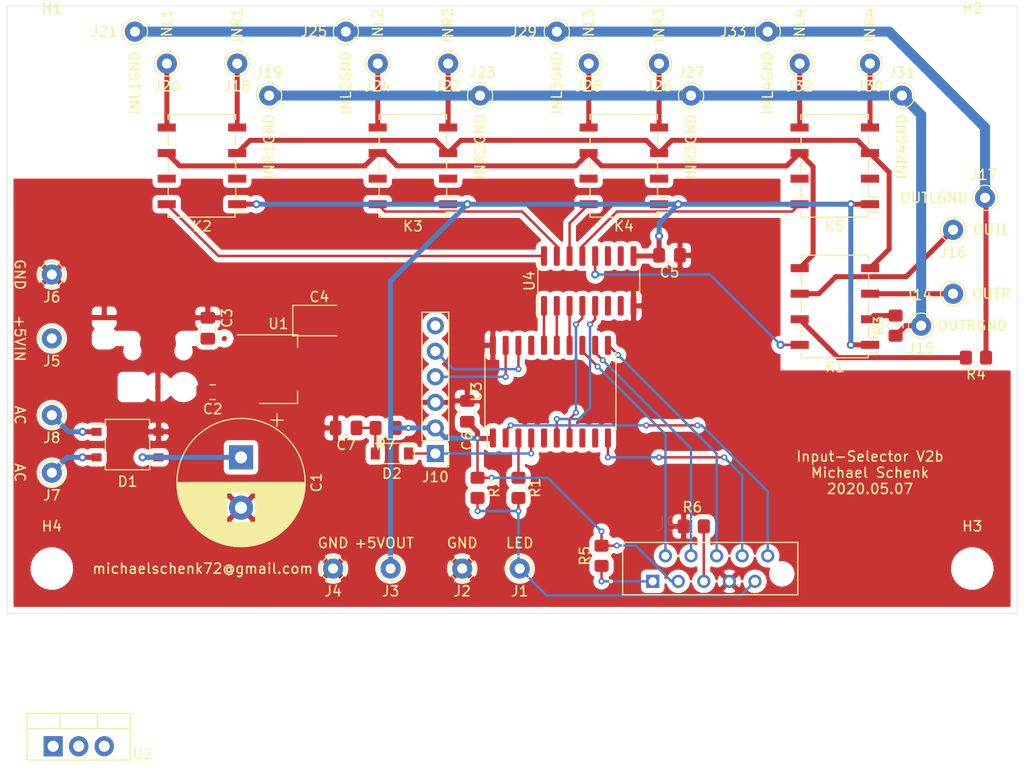
<source format=kicad_pcb>
(kicad_pcb (version 20171130) (host pcbnew "(5.1.10-1-10_14)")
  (layers (0 F.Cu signal) (31 B.Cu signal) (34 B.Paste user) (35 F.Paste user) (36 B.SilkS user) (37 F.SilkS user) (38 B.Mask user) (39 F.Mask user) (44 Edge.Cuts user))
  (net 0 "")
  (net 1 GND)
  (net 2 "Net-(C1-Pad1)")
  (net 3 +5V)
  (net 4 "Net-(J1-Pad1)")
  (net 5 "Net-(J9-Pad10)")
  (net 6 "Net-(J9-Pad8)")
  (net 7 "Net-(J9-Pad6)")
  (net 8 "Net-(J9-Pad5)")
  (net 9 "Net-(J9-Pad4)")
  (net 10 "Net-(J9-Pad2)")
  (net 11 "Net-(J9-Pad1)")
  (net 12 "Net-(J10-Pad5)")
  (net 13 "Net-(J10-Pad4)")
  (net 14 "Net-(J14-Pad1)")
  (net 15 "Net-(J15-Pad1)")
  (net 16 "Net-(J16-Pad1)")
  (net 17 "Net-(J17-Pad1)")
  (net 18 "Net-(J18-Pad1)")
  (net 19 "Net-(J20-Pad1)")
  (net 20 "Net-(J22-Pad1)")
  (net 21 "Net-(J24-Pad1)")
  (net 22 "Net-(J26-Pad1)")
  (net 23 "Net-(J28-Pad1)")
  (net 24 "Net-(J30-Pad1)")
  (net 25 "Net-(J32-Pad1)")
  (net 26 "Net-(K1-Pad2)")
  (net 27 "Net-(K1-Pad4)")
  (net 28 "Net-(K1-Pad5)")
  (net 29 "Net-(K1-Pad7)")
  (net 30 "Net-(K1-Pad8)")
  (net 31 "Net-(K2-Pad8)")
  (net 32 "Net-(K3-Pad8)")
  (net 33 "Net-(K4-Pad8)")
  (net 34 "Net-(K5-Pad8)")
  (net 35 "Net-(R1-Pad1)")
  (net 36 "Net-(U3-Pad7)")
  (net 37 "Net-(U3-Pad16)")
  (net 38 "Net-(U3-Pad6)")
  (net 39 "Net-(U3-Pad15)")
  (net 40 "Net-(U3-Pad14)")
  (net 41 "Net-(D1-Pad2)")
  (net 42 "Net-(D1-Pad1)")
  (net 43 "Net-(C7-Pad1)")
  (net 44 "Net-(D2-Pad1)")
  (module Resistor_SMD:R_0805_2012Metric_Pad1.20x1.40mm_HandSolder (layer F.Cu) (at 151.908 90.17 180)
    (fp_text reference R7 (at 0 -1.65) (layer F.SilkS))
    (fp_text value 4.7k)
    (pad 2 smd roundrect (at 1 0 180) (size 1.2 1.4) (layers F.Cu F.Paste F.Mask) (roundrect_rratio 0.208333) (net 43 "Net-(C7-Pad1)"))
    (pad 1 smd roundrect (at -1 0 180) (size 1.2 1.4) (layers F.Cu F.Paste F.Mask) (roundrect_rratio 0.208333) (net 3 +5V))
  )
  (module Package_SO:SOP-20_7.5x12.8mm_P1.27mm (layer F.Cu) (at 168.275 86.565 90)
    (fp_text reference U3 (at 0 -7.35 90) (layer F.SilkS))
    (fp_text value PIC16F18446-I/SO)
    (pad 20 smd roundrect (at 4.6 -5.715 90) (size 1.9 0.6) (layers F.Cu F.Paste F.Mask) (net 1 GND))
    (pad 19 smd roundrect (at 4.6 -4.445 90) (size 1.9 0.6) (layers F.Cu F.Paste F.Mask) (net 13 "Net-(J10-Pad4)"))
    (pad 18 smd roundrect (at 4.6 -3.175 90) (size 1.9 0.6) (layers F.Cu F.Paste F.Mask) (net 12 "Net-(J10-Pad5)"))
    (pad 17 smd roundrect (at 4.6 -1.905 90) (size 1.9 0.6) (layers F.Cu F.Paste F.Mask))
    (pad 16 smd roundrect (at 4.6 -0.635 90) (size 1.9 0.6) (layers F.Cu F.Paste F.Mask) (net 37 "Net-(U3-Pad16)"))
    (pad 15 smd roundrect (at 4.6 0.635 90) (size 1.9 0.6) (layers F.Cu F.Paste F.Mask) (net 39 "Net-(U3-Pad15)"))
    (pad 14 smd roundrect (at 4.6 1.905 90) (size 1.9 0.6) (layers F.Cu F.Paste F.Mask) (net 40 "Net-(U3-Pad14)"))
    (pad 13 smd roundrect (at 4.6 3.175 90) (size 1.9 0.6) (layers F.Cu F.Paste F.Mask) (net 10 "Net-(J9-Pad2)"))
    (pad 12 smd roundrect (at 4.6 4.445 90) (size 1.9 0.6) (layers F.Cu F.Paste F.Mask) (net 9 "Net-(J9-Pad4)"))
    (pad 11 smd roundrect (at 4.6 5.715 90) (size 1.9 0.6) (layers F.Cu F.Paste F.Mask) (net 7 "Net-(J9-Pad6)"))
    (pad 10 smd roundrect (at -4.6 5.715 90) (size 1.9 0.6) (layers F.Cu F.Paste F.Mask) (net 6 "Net-(J9-Pad8)"))
    (pad 9 smd roundrect (at -4.6 4.445 90) (size 1.9 0.6) (layers F.Cu F.Paste F.Mask))
    (pad 8 smd roundrect (at -4.6 3.175 90) (size 1.9 0.6) (layers F.Cu F.Paste F.Mask))
    (pad 7 smd roundrect (at -4.6 1.905 90) (size 1.9 0.6) (layers F.Cu F.Paste F.Mask) (net 36 "Net-(U3-Pad7)"))
    (pad 6 smd roundrect (at -4.6 0.635 90) (size 1.9 0.6) (layers F.Cu F.Paste F.Mask) (net 38 "Net-(U3-Pad6)"))
    (pad 5 smd roundrect (at -4.6 -0.635 90) (size 1.9 0.6) (layers F.Cu F.Paste F.Mask))
    (pad 4 smd roundrect (at -4.6 -1.905 90) (size 1.9 0.6) (layers F.Cu F.Paste F.Mask) (net 44 "Net-(D2-Pad1)"))
    (pad 3 smd roundrect (at -4.6 -3.175 90) (size 1.9 0.6) (layers F.Cu F.Paste F.Mask) (net 35 "Net-(R1-Pad1)"))
    (pad 2 smd roundrect (at -4.6 -4.445 90) (size 1.9 0.6) (layers F.Cu F.Paste F.Mask) (net 5 "Net-(J9-Pad10)"))
    (pad 1 smd roundrect (at -4.6 -5.715 90) (size 1.9 0.6) (layers F.Cu F.Paste F.Mask) (net 3 +5V))
  )
  (module Package_TO_SOT_SMD:SOT-223-3_TabPin2 (layer F.Cu) (at 141.249 84.328)
    (fp_text reference U1 (at 0 -4.5) (layer F.SilkS))
    (fp_text value TLV1117-50)
    (pad 1 smd rect (at -3.15 -2.3) (size 2 1.5) (layers F.Cu F.Paste F.Mask) (net 1 GND))
    (pad 3 smd rect (at -3.15 2.3) (size 2 1.5) (layers F.Cu F.Paste F.Mask) (net 2 "Net-(C1-Pad1)"))
    (pad 2 smd rect (at -3.15 0) (size 2 1.5) (layers F.Cu F.Paste F.Mask) (net 3 +5V))
    (pad 2 smd rect (at 3.15 0) (size 2 3.8) (layers F.Cu F.Paste F.Mask) (net 3 +5V))
  )
  (module kicad-snk:TE_CONN_RCPT_10POS_0.1_TIN_PCB (layer F.Cu) (at 178.435 105.41)
    (fp_text reference J9 (at 1.40487 -5.69557) (layer F.SilkS) (effects (font (size 1.40137 1.40137) (thickness 0.015))))
    (fp_text value TE_CONN_RCPT_10POS_0.1_TIN_PCB)
    (pad 1 thru_hole rect (at 0 0) (size 1.308 1.308) (drill 0.8) (layers *.Cu *.Mask) (net 11 "Net-(J9-Pad1)"))
    (pad 2 thru_hole circle (at 1.27 -2.54) (size 1.308 1.308) (drill 0.8) (layers *.Cu *.Mask) (net 10 "Net-(J9-Pad2)"))
    (pad 3 thru_hole circle (at 2.54 0) (size 1.308 1.308) (drill 0.8) (layers *.Cu *.Mask) (net 3 +5V))
    (pad 4 thru_hole circle (at 3.81 -2.54) (size 1.308 1.308) (drill 0.8) (layers *.Cu *.Mask) (net 9 "Net-(J9-Pad4)"))
    (pad 5 thru_hole circle (at 5.08 0) (size 1.308 1.308) (drill 0.8) (layers *.Cu *.Mask) (net 8 "Net-(J9-Pad5)"))
    (pad 6 thru_hole circle (at 6.35 -2.54) (size 1.308 1.308) (drill 0.8) (layers *.Cu *.Mask) (net 7 "Net-(J9-Pad6)"))
    (pad 7 thru_hole circle (at 7.62 0) (size 1.308 1.308) (drill 0.8) (layers *.Cu *.Mask) (net 1 GND))
    (pad 8 thru_hole circle (at 8.89 -2.54) (size 1.308 1.308) (drill 0.8) (layers *.Cu *.Mask) (net 6 "Net-(J9-Pad8)"))
    (pad 9 thru_hole circle (at 10.16 0) (size 1.308 1.308) (drill 0.8) (layers *.Cu *.Mask) (net 4 "Net-(J1-Pad1)"))
    (pad 10 thru_hole circle (at 11.43 -2.54) (size 1.308 1.308) (drill 0.8) (layers *.Cu *.Mask) (net 5 "Net-(J9-Pad10)"))
    (pad None np_thru_hole circle (at 12.83 -0.74) (size 1.5 1.5) (drill 1.5) (layers *.Cu *.Mask))
  )
  (module Diode_SMD:D_SOD-123 (layer F.Cu) (at 152.528 92.71 180)
    (fp_text reference D2 (at 0 -2) (layer F.SilkS))
    (fp_text value 1N4148W)
    (pad 2 smd rect (at 1.65 0 180) (size 0.9 1.2) (layers F.Cu F.Paste F.Mask) (net 43 "Net-(C7-Pad1)"))
    (pad 1 smd rect (at -1.65 0 180) (size 0.9 1.2) (layers F.Cu F.Paste F.Mask) (net 44 "Net-(D2-Pad1)"))
  )
  (module Capacitor_SMD:C_0805_2012Metric_Pad1.18x1.45mm_HandSolder (layer F.Cu) (at 147.9765 90.17 180)
    (fp_text reference C7 (at 0 -1.68) (layer F.SilkS))
    (fp_text value 10nF)
    (pad 2 smd roundrect (at 1.0375 0 180) (size 1.175 1.45) (layers F.Cu F.Paste F.Mask) (roundrect_rratio 0.212766) (net 1 GND))
    (pad 1 smd roundrect (at -1.0375 0 180) (size 1.175 1.45) (layers F.Cu F.Paste F.Mask) (roundrect_rratio 0.212766) (net 43 "Net-(C7-Pad1)"))
  )
  (module Capacitor_Tantalum_SMD:CP_EIA-3528-21_Kemet-B_Pad1.50x2.35mm_HandSolder (layer F.Cu) (at 145.314 79.502)
    (fp_text reference C4 (at 0 -2.35) (layer F.SilkS))
    (fp_text value 10uF)
    (pad 2 smd roundrect (at 1.625 0) (size 1.5 2.35) (layers F.Cu F.Paste F.Mask) (roundrect_rratio 0.166667) (net 1 GND))
    (pad 1 smd roundrect (at -1.625 0) (size 1.5 2.35) (layers F.Cu F.Paste F.Mask) (roundrect_rratio 0.166667) (net 3 +5V))
  )
  (module Package_TO_SOT_THT:TO-220-3_Vertical (layer F.Cu) (at 118.872 121.793)
    (fp_text reference U2 (at 8.89 0.762) (layer F.SilkS))
    (fp_text value L7805)
    (pad 3 thru_hole oval (at 5.08 0) (size 1.905 2) (drill 1.1) (layers *.Cu *.Mask) (net 3 +5V))
    (pad 2 thru_hole oval (at 2.54 0) (size 1.905 2) (drill 1.1) (layers *.Cu *.Mask) (net 1 GND))
    (pad 1 thru_hole rect (at 0 0) (size 1.905 2) (drill 1.1) (layers *.Cu *.Mask) (net 2 "Net-(C1-Pad1)"))
  )
  (module Package_TO_SOT_SMD:TO-269AA (layer F.Cu) (at 126.265 91.821)
    (fp_text reference D1 (at 0 3.683) (layer F.SilkS))
    (fp_text value MB4S)
    (pad 4 smd rect (at 3.075 -1.27) (size 1 0.8) (layers F.Cu F.Paste F.Mask) (net 1 GND))
    (pad 3 smd rect (at 3.075 1.27) (size 1 0.8) (layers F.Cu F.Paste F.Mask) (net 2 "Net-(C1-Pad1)"))
    (pad 2 smd rect (at -3.075 1.27) (size 1 0.8) (layers F.Cu F.Paste F.Mask) (net 41 "Net-(D1-Pad2)"))
    (pad 1 smd rect (at -3.075 -1.27) (size 1 0.8) (layers F.Cu F.Paste F.Mask) (net 42 "Net-(D1-Pad1)"))
  )
  (module Capacitor_THT:CP_Radial_D12.5mm_P5.00mm (layer F.Cu) (at 137.541 93.091 270)
    (fp_text reference C1 (at 2.5 -7.5 90) (layer F.SilkS))
    (fp_text value 1000uF)
    (pad 2 thru_hole circle (at 5 0 270) (size 2.4 2.4) (drill 1.2) (layers *.Cu *.Mask) (net 1 GND))
    (pad 1 thru_hole rect (at 0 0 270) (size 2.4 2.4) (drill 1.2) (layers *.Cu *.Mask) (net 2 "Net-(C1-Pad1)"))
  )
  (module Package_SO:SOIC-16_3.9x9.9mm_P1.27mm (layer F.Cu) (at 172.085 75.565 90)
    (fp_text reference U4 (at 0 -5.9 90) (layer F.SilkS))
    (fp_text value ULN2003A)
    (pad 16 smd roundrect (at 2.475 -4.445 90) (size 1.95 0.6) (layers F.Cu F.Paste F.Mask) (net 31 "Net-(K2-Pad8)"))
    (pad 15 smd roundrect (at 2.475 -3.175 90) (size 1.95 0.6) (layers F.Cu F.Paste F.Mask) (net 32 "Net-(K3-Pad8)"))
    (pad 14 smd roundrect (at 2.475 -1.905 90) (size 1.95 0.6) (layers F.Cu F.Paste F.Mask) (net 33 "Net-(K4-Pad8)"))
    (pad 13 smd roundrect (at 2.475 -0.635 90) (size 1.95 0.6) (layers F.Cu F.Paste F.Mask) (net 34 "Net-(K5-Pad8)"))
    (pad 12 smd roundrect (at 2.475 0.635 90) (size 1.95 0.6) (layers F.Cu F.Paste F.Mask) (net 30 "Net-(K1-Pad8)"))
    (pad 11 smd roundrect (at 2.475 1.905 90) (size 1.95 0.6) (layers F.Cu F.Paste F.Mask))
    (pad 10 smd roundrect (at 2.475 3.175 90) (size 1.95 0.6) (layers F.Cu F.Paste F.Mask))
    (pad 9 smd roundrect (at 2.475 4.445 90) (size 1.95 0.6) (layers F.Cu F.Paste F.Mask) (net 3 +5V))
    (pad 8 smd roundrect (at -2.475 4.445 90) (size 1.95 0.6) (layers F.Cu F.Paste F.Mask) (net 1 GND))
    (pad 7 smd roundrect (at -2.475 3.175 90) (size 1.95 0.6) (layers F.Cu F.Paste F.Mask))
    (pad 6 smd roundrect (at -2.475 1.905 90) (size 1.95 0.6) (layers F.Cu F.Paste F.Mask))
    (pad 5 smd roundrect (at -2.475 0.635 90) (size 1.95 0.6) (layers F.Cu F.Paste F.Mask) (net 38 "Net-(U3-Pad6)"))
    (pad 4 smd roundrect (at -2.475 -0.635 90) (size 1.95 0.6) (layers F.Cu F.Paste F.Mask) (net 36 "Net-(U3-Pad7)"))
    (pad 3 smd roundrect (at -2.475 -1.905 90) (size 1.95 0.6) (layers F.Cu F.Paste F.Mask) (net 40 "Net-(U3-Pad14)"))
    (pad 2 smd roundrect (at -2.475 -3.175 90) (size 1.95 0.6) (layers F.Cu F.Paste F.Mask) (net 39 "Net-(U3-Pad15)"))
    (pad 1 smd roundrect (at -2.475 -4.445 90) (size 1.95 0.6) (layers F.Cu F.Paste F.Mask) (net 37 "Net-(U3-Pad16)"))
  )
  (module Resistor_SMD:R_0805_2012Metric_Pad1.20x1.40mm_HandSolder (layer F.Cu) (at 182.515 99.949 180)
    (fp_text reference R6 (at 0.143 1.905) (layer F.SilkS))
    (fp_text value 4.7k)
    (pad 2 smd roundrect (at 1 0 180) (size 1.2 1.4) (layers F.Cu F.Paste F.Mask) (roundrect_rratio 0.2083325) (net 1 GND))
    (pad 1 smd roundrect (at -1 0 180) (size 1.2 1.4) (layers F.Cu F.Paste F.Mask) (roundrect_rratio 0.2083325) (net 8 "Net-(J9-Pad5)"))
  )
  (module Resistor_SMD:R_0805_2012Metric_Pad1.20x1.40mm_HandSolder (layer F.Cu) (at 173.355 102.87 90)
    (fp_text reference R5 (at 0 -1.65 90) (layer F.SilkS))
    (fp_text value 4.7k)
    (pad 2 smd roundrect (at 1 0 90) (size 1.2 1.4) (layers F.Cu F.Paste F.Mask) (roundrect_rratio 0.2083325) (net 3 +5V))
    (pad 1 smd roundrect (at -1 0 90) (size 1.2 1.4) (layers F.Cu F.Paste F.Mask) (roundrect_rratio 0.2083325) (net 11 "Net-(J9-Pad1)"))
  )
  (module Resistor_SMD:R_0805_2012Metric_Pad1.20x1.40mm_HandSolder (layer F.Cu) (at 210.55 83.185 180)
    (fp_text reference R4 (at 0 -1.65) (layer F.SilkS))
    (fp_text value 47k)
    (pad 2 smd roundrect (at 1 0 180) (size 1.2 1.4) (layers F.Cu F.Paste F.Mask) (roundrect_rratio 0.2083325) (net 29 "Net-(K1-Pad7)"))
    (pad 1 smd roundrect (at -1 0 180) (size 1.2 1.4) (layers F.Cu F.Paste F.Mask) (roundrect_rratio 0.2083325) (net 17 "Net-(J17-Pad1)"))
  )
  (module Resistor_SMD:R_0805_2012Metric_Pad1.20x1.40mm_HandSolder (layer F.Cu) (at 202.565 80.01 90)
    (fp_text reference R3 (at 0 -1.65 90) (layer F.SilkS))
    (fp_text value 47k)
    (pad 2 smd roundrect (at 1 0 90) (size 1.2 1.4) (layers F.Cu F.Paste F.Mask) (roundrect_rratio 0.2083325) (net 26 "Net-(K1-Pad2)"))
    (pad 1 smd roundrect (at -1 0 90) (size 1.2 1.4) (layers F.Cu F.Paste F.Mask) (roundrect_rratio 0.2083325) (net 15 "Net-(J15-Pad1)"))
  )
  (module Resistor_SMD:R_0805_2012Metric_Pad1.20x1.40mm_HandSolder (layer F.Cu) (at 161.036 96.123 270)
    (fp_text reference R2 (at 0 -1.65 90) (layer F.SilkS))
    (fp_text value 330R)
    (pad 2 smd roundrect (at 1 0 270) (size 1.2 1.4) (layers F.Cu F.Paste F.Mask) (roundrect_rratio 0.2083325) (net 4 "Net-(J1-Pad1)"))
    (pad 1 smd roundrect (at -1 0 270) (size 1.2 1.4) (layers F.Cu F.Paste F.Mask) (roundrect_rratio 0.2083325) (net 3 +5V))
  )
  (module Resistor_SMD:R_0805_2012Metric_Pad1.20x1.40mm_HandSolder (layer F.Cu) (at 165.1 96.123 270)
    (fp_text reference R1 (at 0 -1.65 90) (layer F.SilkS))
    (fp_text value 330R)
    (pad 2 smd roundrect (at 1 0 270) (size 1.2 1.4) (layers F.Cu F.Paste F.Mask) (roundrect_rratio 0.2083325) (net 4 "Net-(J1-Pad1)"))
    (pad 1 smd roundrect (at -1 0 270) (size 1.2 1.4) (layers F.Cu F.Paste F.Mask) (roundrect_rratio 0.2083325) (net 35 "Net-(R1-Pad1)"))
  )
  (module Relay_SMD:Relay_DPDT_Omron_G6K-2F (layer F.Cu) (at 196.525 64.135 180)
    (fp_text reference K5 (at 0 -6) (layer F.SilkS))
    (fp_text value G6K-2)
    (pad 1 smd rect (at -3.5 -3.81 180) (size 1.8 0.8) (layers F.Cu F.Paste F.Mask) (net 3 +5V))
    (pad 2 smd rect (at -3.5 -1.27 180) (size 1.8 0.8) (layers F.Cu F.Paste F.Mask))
    (pad 3 smd rect (at -3.5 1.27 180) (size 1.8 0.8) (layers F.Cu F.Paste F.Mask) (net 27 "Net-(K1-Pad4)"))
    (pad 4 smd rect (at -3.5 3.81 180) (size 1.8 0.8) (layers F.Cu F.Paste F.Mask) (net 24 "Net-(J30-Pad1)"))
    (pad 5 smd rect (at 3.5 3.81 180) (size 1.8 0.8) (layers F.Cu F.Paste F.Mask) (net 25 "Net-(J32-Pad1)"))
    (pad 6 smd rect (at 3.5 1.27 180) (size 1.8 0.8) (layers F.Cu F.Paste F.Mask) (net 28 "Net-(K1-Pad5)"))
    (pad 7 smd rect (at 3.5 -1.27 180) (size 1.8 0.8) (layers F.Cu F.Paste F.Mask))
    (pad 8 smd rect (at 3.5 -3.81 180) (size 1.8 0.8) (layers F.Cu F.Paste F.Mask) (net 34 "Net-(K5-Pad8)"))
  )
  (module Relay_SMD:Relay_DPDT_Omron_G6K-2F (layer F.Cu) (at 175.57 64.135 180)
    (fp_text reference K4 (at 0 -6) (layer F.SilkS))
    (fp_text value G6K-2)
    (pad 1 smd rect (at -3.5 -3.81 180) (size 1.8 0.8) (layers F.Cu F.Paste F.Mask) (net 3 +5V))
    (pad 2 smd rect (at -3.5 -1.27 180) (size 1.8 0.8) (layers F.Cu F.Paste F.Mask))
    (pad 3 smd rect (at -3.5 1.27 180) (size 1.8 0.8) (layers F.Cu F.Paste F.Mask) (net 27 "Net-(K1-Pad4)"))
    (pad 4 smd rect (at -3.5 3.81 180) (size 1.8 0.8) (layers F.Cu F.Paste F.Mask) (net 22 "Net-(J26-Pad1)"))
    (pad 5 smd rect (at 3.5 3.81 180) (size 1.8 0.8) (layers F.Cu F.Paste F.Mask) (net 23 "Net-(J28-Pad1)"))
    (pad 6 smd rect (at 3.5 1.27 180) (size 1.8 0.8) (layers F.Cu F.Paste F.Mask) (net 28 "Net-(K1-Pad5)"))
    (pad 7 smd rect (at 3.5 -1.27 180) (size 1.8 0.8) (layers F.Cu F.Paste F.Mask))
    (pad 8 smd rect (at 3.5 -3.81 180) (size 1.8 0.8) (layers F.Cu F.Paste F.Mask) (net 33 "Net-(K4-Pad8)"))
  )
  (module Relay_SMD:Relay_DPDT_Omron_G6K-2F (layer F.Cu) (at 154.615 64.135 180)
    (fp_text reference K3 (at 0 -6) (layer F.SilkS))
    (fp_text value G6K-2)
    (pad 1 smd rect (at -3.5 -3.81 180) (size 1.8 0.8) (layers F.Cu F.Paste F.Mask) (net 3 +5V))
    (pad 2 smd rect (at -3.5 -1.27 180) (size 1.8 0.8) (layers F.Cu F.Paste F.Mask))
    (pad 3 smd rect (at -3.5 1.27 180) (size 1.8 0.8) (layers F.Cu F.Paste F.Mask) (net 27 "Net-(K1-Pad4)"))
    (pad 4 smd rect (at -3.5 3.81 180) (size 1.8 0.8) (layers F.Cu F.Paste F.Mask) (net 20 "Net-(J22-Pad1)"))
    (pad 5 smd rect (at 3.5 3.81 180) (size 1.8 0.8) (layers F.Cu F.Paste F.Mask) (net 21 "Net-(J24-Pad1)"))
    (pad 6 smd rect (at 3.5 1.27 180) (size 1.8 0.8) (layers F.Cu F.Paste F.Mask) (net 28 "Net-(K1-Pad5)"))
    (pad 7 smd rect (at 3.5 -1.27 180) (size 1.8 0.8) (layers F.Cu F.Paste F.Mask))
    (pad 8 smd rect (at 3.5 -3.81 180) (size 1.8 0.8) (layers F.Cu F.Paste F.Mask) (net 32 "Net-(K3-Pad8)"))
  )
  (module Relay_SMD:Relay_DPDT_Omron_G6K-2F (layer F.Cu) (at 133.66 64.135 180)
    (fp_text reference K2 (at 0 -6) (layer F.SilkS))
    (fp_text value G6K-2)
    (pad 1 smd rect (at -3.5 -3.81 180) (size 1.8 0.8) (layers F.Cu F.Paste F.Mask) (net 3 +5V))
    (pad 2 smd rect (at -3.5 -1.27 180) (size 1.8 0.8) (layers F.Cu F.Paste F.Mask))
    (pad 3 smd rect (at -3.5 1.27 180) (size 1.8 0.8) (layers F.Cu F.Paste F.Mask) (net 27 "Net-(K1-Pad4)"))
    (pad 4 smd rect (at -3.5 3.81 180) (size 1.8 0.8) (layers F.Cu F.Paste F.Mask) (net 18 "Net-(J18-Pad1)"))
    (pad 5 smd rect (at 3.5 3.81 180) (size 1.8 0.8) (layers F.Cu F.Paste F.Mask) (net 19 "Net-(J20-Pad1)"))
    (pad 6 smd rect (at 3.5 1.27 180) (size 1.8 0.8) (layers F.Cu F.Paste F.Mask) (net 28 "Net-(K1-Pad5)"))
    (pad 7 smd rect (at 3.5 -1.27 180) (size 1.8 0.8) (layers F.Cu F.Paste F.Mask))
    (pad 8 smd rect (at 3.5 -3.81 180) (size 1.8 0.8) (layers F.Cu F.Paste F.Mask) (net 31 "Net-(K2-Pad8)"))
  )
  (module Relay_SMD:Relay_DPDT_Omron_G6K-2F (layer F.Cu) (at 196.54 78.105 180)
    (fp_text reference K1 (at 0 -6) (layer F.SilkS))
    (fp_text value G6K-2)
    (pad 1 smd rect (at -3.5 -3.81 180) (size 1.8 0.8) (layers F.Cu F.Paste F.Mask) (net 3 +5V))
    (pad 2 smd rect (at -3.5 -1.27 180) (size 1.8 0.8) (layers F.Cu F.Paste F.Mask) (net 26 "Net-(K1-Pad2)"))
    (pad 3 smd rect (at -3.5 1.27 180) (size 1.8 0.8) (layers F.Cu F.Paste F.Mask) (net 14 "Net-(J14-Pad1)"))
    (pad 4 smd rect (at -3.5 3.81 180) (size 1.8 0.8) (layers F.Cu F.Paste F.Mask) (net 27 "Net-(K1-Pad4)"))
    (pad 5 smd rect (at 3.5 3.81 180) (size 1.8 0.8) (layers F.Cu F.Paste F.Mask) (net 28 "Net-(K1-Pad5)"))
    (pad 6 smd rect (at 3.5 1.27 180) (size 1.8 0.8) (layers F.Cu F.Paste F.Mask) (net 16 "Net-(J16-Pad1)"))
    (pad 7 smd rect (at 3.5 -1.27 180) (size 1.8 0.8) (layers F.Cu F.Paste F.Mask) (net 29 "Net-(K1-Pad7)"))
    (pad 8 smd rect (at 3.5 -3.81 180) (size 1.8 0.8) (layers F.Cu F.Paste F.Mask) (net 30 "Net-(K1-Pad8)"))
  )
  (module Connector_Pin:Pin_D1.0mm_L10.0mm (layer F.Cu) (at 189.865 50.8)
    (fp_text reference J33 (at -3.429 0) (layer F.SilkS))
    (fp_text value IN_GNDL4)
    (pad 1 thru_hole circle (at 0 0) (size 2 2) (drill 1) (layers *.Cu *.Mask) (net 17 "Net-(J17-Pad1)"))
  )
  (module Connector_Pin:Pin_D1.0mm_L10.0mm (layer F.Cu) (at 193.04 53.975)
    (fp_text reference J32 (at 0 2.25) (layer F.SilkS))
    (fp_text value IN_L4)
    (pad 1 thru_hole circle (at 0 0) (size 2 2) (drill 1) (layers *.Cu *.Mask) (net 25 "Net-(J32-Pad1)"))
  )
  (module Connector_Pin:Pin_D1.0mm_L10.0mm (layer F.Cu) (at 203.2 57.15)
    (fp_text reference J31 (at 0 -2.286) (layer F.SilkS))
    (fp_text value IN_GNDR4)
    (pad 1 thru_hole circle (at 0 0) (size 2 2) (drill 1) (layers *.Cu *.Mask) (net 15 "Net-(J15-Pad1)"))
  )
  (module Connector_Pin:Pin_D1.0mm_L10.0mm (layer F.Cu) (at 200.025 53.975)
    (fp_text reference J30 (at 0 2.25) (layer F.SilkS))
    (fp_text value IN_R4)
    (pad 1 thru_hole circle (at 0 0) (size 2 2) (drill 1) (layers *.Cu *.Mask) (net 24 "Net-(J30-Pad1)"))
  )
  (module Connector_Pin:Pin_D1.0mm_L10.0mm (layer F.Cu) (at 168.91 50.8)
    (fp_text reference J29 (at -3.302 0) (layer F.SilkS))
    (fp_text value IN_GNDL3)
    (pad 1 thru_hole circle (at 0 0) (size 2 2) (drill 1) (layers *.Cu *.Mask) (net 17 "Net-(J17-Pad1)"))
  )
  (module Connector_Pin:Pin_D1.0mm_L10.0mm (layer F.Cu) (at 172.085 53.975)
    (fp_text reference J28 (at 0 2.25) (layer F.SilkS))
    (fp_text value IN_L3)
    (pad 1 thru_hole circle (at 0 0) (size 2 2) (drill 1) (layers *.Cu *.Mask) (net 23 "Net-(J28-Pad1)"))
  )
  (module Connector_Pin:Pin_D1.0mm_L10.0mm (layer F.Cu) (at 182.245 57.15)
    (fp_text reference J27 (at 0 -2.286) (layer F.SilkS))
    (fp_text value IN_GNDR3)
    (pad 1 thru_hole circle (at 0 0) (size 2 2) (drill 1) (layers *.Cu *.Mask) (net 15 "Net-(J15-Pad1)"))
  )
  (module Connector_Pin:Pin_D1.0mm_L10.0mm (layer F.Cu) (at 179.07 53.975)
    (fp_text reference J26 (at 0 2.25) (layer F.SilkS))
    (fp_text value IN_R3)
    (pad 1 thru_hole circle (at 0 0) (size 2 2) (drill 1) (layers *.Cu *.Mask) (net 22 "Net-(J26-Pad1)"))
  )
  (module Connector_Pin:Pin_D1.0mm_L10.0mm (layer F.Cu) (at 147.955 50.8)
    (fp_text reference J25 (at -3.175 0) (layer F.SilkS))
    (fp_text value IN_GNDL2)
    (pad 1 thru_hole circle (at 0 0) (size 2 2) (drill 1) (layers *.Cu *.Mask) (net 17 "Net-(J17-Pad1)"))
  )
  (module Connector_Pin:Pin_D1.0mm_L10.0mm (layer F.Cu) (at 151.13 53.975)
    (fp_text reference J24 (at 0 2.25) (layer F.SilkS))
    (fp_text value IN_L2)
    (pad 1 thru_hole circle (at 0 0) (size 2 2) (drill 1) (layers *.Cu *.Mask) (net 21 "Net-(J24-Pad1)"))
  )
  (module Connector_Pin:Pin_D1.0mm_L10.0mm (layer F.Cu) (at 161.29 57.15)
    (fp_text reference J23 (at 0.254 -2.286) (layer F.SilkS))
    (fp_text value IN_GNDR2)
    (pad 1 thru_hole circle (at 0 0) (size 2 2) (drill 1) (layers *.Cu *.Mask) (net 15 "Net-(J15-Pad1)"))
  )
  (module Connector_Pin:Pin_D1.0mm_L10.0mm (layer F.Cu) (at 158.115 53.975)
    (fp_text reference J22 (at 0 2.25) (layer F.SilkS))
    (fp_text value IN_R2)
    (pad 1 thru_hole circle (at 0 0) (size 2 2) (drill 1) (layers *.Cu *.Mask) (net 20 "Net-(J22-Pad1)"))
  )
  (module Connector_Pin:Pin_D1.0mm_L10.0mm (layer F.Cu) (at 127 50.8)
    (fp_text reference J21 (at -3.048 0) (layer F.SilkS))
    (fp_text value IN_GNDL1)
    (pad 1 thru_hole circle (at 0 0) (size 2 2) (drill 1) (layers *.Cu *.Mask) (net 17 "Net-(J17-Pad1)"))
  )
  (module Connector_Pin:Pin_D1.0mm_L10.0mm (layer F.Cu) (at 130.175 53.975)
    (fp_text reference J20 (at 0 2.25) (layer F.SilkS))
    (fp_text value IN_L1)
    (pad 1 thru_hole circle (at 0 0) (size 2 2) (drill 1) (layers *.Cu *.Mask) (net 19 "Net-(J20-Pad1)"))
  )
  (module Connector_Pin:Pin_D1.0mm_L10.0mm (layer F.Cu) (at 140.335 57.15)
    (fp_text reference J19 (at 0 -2.286) (layer F.SilkS))
    (fp_text value IN_GNDR1)
    (pad 1 thru_hole circle (at 0 0) (size 2 2) (drill 1) (layers *.Cu *.Mask) (net 15 "Net-(J15-Pad1)"))
  )
  (module Connector_Pin:Pin_D1.0mm_L10.0mm (layer F.Cu) (at 137.16 53.975)
    (fp_text reference J18 (at 0 2.25) (layer F.SilkS))
    (fp_text value IN_R1)
    (pad 1 thru_hole circle (at 0 0) (size 2 2) (drill 1) (layers *.Cu *.Mask) (net 18 "Net-(J18-Pad1)"))
  )
  (module Connector_Pin:Pin_D1.0mm_L10.0mm (layer F.Cu) (at 211.455 67.31)
    (fp_text reference J17 (at -0.127 -2.286) (layer F.SilkS))
    (fp_text value OUT_GNDL)
    (pad 1 thru_hole circle (at 0 0) (size 2 2) (drill 1) (layers *.Cu *.Mask) (net 17 "Net-(J17-Pad1)"))
  )
  (module Connector_Pin:Pin_D1.0mm_L10.0mm (layer F.Cu) (at 208.28 70.485)
    (fp_text reference J16 (at 0 2.25) (layer F.SilkS))
    (fp_text value OUT_L)
    (pad 1 thru_hole circle (at 0 0) (size 2 2) (drill 1) (layers *.Cu *.Mask) (net 16 "Net-(J16-Pad1)"))
  )
  (module Connector_Pin:Pin_D1.0mm_L10.0mm (layer F.Cu) (at 205.105 80.01)
    (fp_text reference J15 (at 0 2.25) (layer F.SilkS))
    (fp_text value OUT_GNDR)
    (pad 1 thru_hole circle (at 0 0) (size 2 2) (drill 1) (layers *.Cu *.Mask) (net 15 "Net-(J15-Pad1)"))
  )
  (module Connector_Pin:Pin_D1.0mm_L10.0mm (layer F.Cu) (at 208.28 76.835)
    (fp_text reference J14 (at -3.429 0.127) (layer F.SilkS))
    (fp_text value OUT_R)
    (pad 1 thru_hole circle (at 0 0) (size 2 2) (drill 1) (layers *.Cu *.Mask) (net 14 "Net-(J14-Pad1)"))
  )
  (module Connector_PinHeader_2.54mm:PinHeader_1x06_P2.54mm_Vertical (layer F.Cu) (at 156.845 92.71 180)
    (fp_text reference J10 (at 0 -2.33) (layer F.SilkS))
    (fp_text value Conn_01x06_Male)
    (pad 6 thru_hole oval (at 0 12.7 180) (size 1.7 1.7) (drill 1) (layers *.Cu *.Mask))
    (pad 5 thru_hole oval (at 0 10.16 180) (size 1.7 1.7) (drill 1) (layers *.Cu *.Mask) (net 12 "Net-(J10-Pad5)"))
    (pad 4 thru_hole oval (at 0 7.62 180) (size 1.7 1.7) (drill 1) (layers *.Cu *.Mask) (net 13 "Net-(J10-Pad4)"))
    (pad 3 thru_hole oval (at 0 5.08 180) (size 1.7 1.7) (drill 1) (layers *.Cu *.Mask) (net 1 GND))
    (pad 2 thru_hole oval (at 0 2.54 180) (size 1.7 1.7) (drill 1) (layers *.Cu *.Mask) (net 3 +5V))
    (pad 1 thru_hole rect (at 0 0 180) (size 1.7 1.7) (drill 1) (layers *.Cu *.Mask) (net 44 "Net-(D2-Pad1)"))
  )
  (module Connector_Pin:Pin_D1.0mm_L10.0mm (layer F.Cu) (at 118.745 88.9)
    (fp_text reference J8 (at 0 2.25) (layer F.SilkS))
    (fp_text value AC)
    (pad 1 thru_hole circle (at 0 0) (size 2 2) (drill 1) (layers *.Cu *.Mask) (net 42 "Net-(D1-Pad1)"))
  )
  (module Connector_Pin:Pin_D1.0mm_L10.0mm (layer F.Cu) (at 118.745 94.615)
    (fp_text reference J7 (at 0 2.25) (layer F.SilkS))
    (fp_text value AC)
    (pad 1 thru_hole circle (at 0 0) (size 2 2) (drill 1) (layers *.Cu *.Mask) (net 41 "Net-(D1-Pad2)"))
  )
  (module Connector_Pin:Pin_D1.0mm_L10.0mm (layer F.Cu) (at 118.745 74.93)
    (fp_text reference J6 (at 0 2.25) (layer F.SilkS))
    (fp_text value GND)
    (pad 1 thru_hole circle (at 0 0) (size 2 2) (drill 1) (layers *.Cu *.Mask) (net 1 GND))
  )
  (module Connector_Pin:Pin_D1.0mm_L10.0mm (layer F.Cu) (at 118.745 81.28)
    (fp_text reference J5 (at 0 2.25) (layer F.SilkS))
    (fp_text value +5VIN)
    (pad 1 thru_hole circle (at 0 0) (size 2 2) (drill 1) (layers *.Cu *.Mask) (net 2 "Net-(C1-Pad1)"))
  )
  (module Connector_Pin:Pin_D1.0mm_L10.0mm (layer F.Cu) (at 146.685 104.14)
    (fp_text reference J4 (at 0 2.25) (layer F.SilkS))
    (fp_text value GND)
    (pad 1 thru_hole circle (at 0 0) (size 2 2) (drill 1) (layers *.Cu *.Mask) (net 1 GND))
  )
  (module Connector_Pin:Pin_D1.0mm_L10.0mm (layer F.Cu) (at 152.4 104.14)
    (fp_text reference J3 (at 0 2.25) (layer F.SilkS))
    (fp_text value +5VOUT)
    (pad 1 thru_hole circle (at 0 0) (size 2 2) (drill 1) (layers *.Cu *.Mask) (net 3 +5V))
  )
  (module Connector_Pin:Pin_D1.0mm_L10.0mm (layer F.Cu) (at 159.512 104.14)
    (fp_text reference J2 (at 0 2.25) (layer F.SilkS))
    (fp_text value GND)
    (pad 1 thru_hole circle (at 0 0) (size 2 2) (drill 1) (layers *.Cu *.Mask) (net 1 GND))
  )
  (module Connector_Pin:Pin_D1.0mm_L10.0mm (layer F.Cu) (at 165.227 104.14)
    (fp_text reference J1 (at 0 2.25) (layer F.SilkS))
    (fp_text value LED)
    (pad 1 thru_hole circle (at 0 0) (size 2 2) (drill 1) (layers *.Cu *.Mask) (net 4 "Net-(J1-Pad1)"))
  )
  (module MountingHole:MountingHole_3.2mm_M3 (layer F.Cu) (at 118.745 104.14)
    (fp_text reference H4 (at 0 -4.2) (layer F.SilkS))
    (fp_text value MountingHole)
    (pad 1 np_thru_hole circle (at 0 0) (size 3.2 3.2) (drill 3.2) (layers *.Cu *.Mask))
  )
  (module MountingHole:MountingHole_3.2mm_M3 (layer F.Cu) (at 210.185 104.14)
    (fp_text reference H3 (at 0 -4.2) (layer F.SilkS))
    (fp_text value MountingHole)
    (pad 1 np_thru_hole circle (at 0 0) (size 3.2 3.2) (drill 3.2) (layers *.Cu *.Mask))
  )
  (module MountingHole:MountingHole_3.2mm_M3 (layer F.Cu) (at 210.185 52.705)
    (fp_text reference H2 (at 0 -4.2) (layer F.SilkS))
    (fp_text value MountingHole)
    (pad 1 np_thru_hole circle (at 0 0) (size 3.2 3.2) (drill 3.2) (layers *.Cu *.Mask))
  )
  (module MountingHole:MountingHole_3.2mm_M3 (layer F.Cu) (at 118.745 52.705)
    (fp_text reference H1 (at 0 -4.2) (layer F.SilkS))
    (fp_text value MountingHole)
    (pad 1 np_thru_hole circle (at 0 0) (size 3.2 3.2) (drill 3.2) (layers *.Cu *.Mask))
  )
  (module Capacitor_SMD:C_0805_2012Metric_Pad1.18x1.45mm_HandSolder (layer F.Cu) (at 160.02 88.519 90)
    (fp_text reference C6 (at -2.921 0 90) (layer F.SilkS))
    (fp_text value 100nF)
    (pad 2 smd roundrect (at 1.0375 0 90) (size 1.175 1.45) (layers F.Cu F.Paste F.Mask) (roundrect_rratio 0.2127659574468085) (net 1 GND))
    (pad 1 smd roundrect (at -1.0375 0 90) (size 1.175 1.45) (layers F.Cu F.Paste F.Mask) (roundrect_rratio 0.2127659574468085) (net 3 +5V))
  )
  (module Capacitor_SMD:C_0805_2012Metric_Pad1.18x1.45mm_HandSolder (layer F.Cu) (at 180.1075 73.025 180)
    (fp_text reference C5 (at 0 -1.68) (layer F.SilkS))
    (fp_text value 100nF)
    (pad 2 smd roundrect (at 1.0375 0 180) (size 1.175 1.45) (layers F.Cu F.Paste F.Mask) (roundrect_rratio 0.2127659574468085) (net 3 +5V))
    (pad 1 smd roundrect (at -1.0375 0 180) (size 1.175 1.45) (layers F.Cu F.Paste F.Mask) (roundrect_rratio 0.2127659574468085) (net 1 GND))
  )
  (module Capacitor_SMD:C_0805_2012Metric_Pad1.18x1.45mm_HandSolder (layer F.Cu) (at 134.239 80.264 90)
    (fp_text reference C3 (at 1.016 1.905 90) (layer F.SilkS))
    (fp_text value 100nF)
    (pad 2 smd roundrect (at 1.0375 0 90) (size 1.175 1.45) (layers F.Cu F.Paste F.Mask) (roundrect_rratio 0.2127659574468085) (net 1 GND))
    (pad 1 smd roundrect (at -1.0375 0 90) (size 1.175 1.45) (layers F.Cu F.Paste F.Mask) (roundrect_rratio 0.2127659574468085) (net 3 +5V))
  )
  (module Capacitor_SMD:C_0805_2012Metric_Pad1.18x1.45mm_HandSolder (layer F.Cu) (at 134.7255 86.614 180)
    (fp_text reference C2 (at 0 -1.68) (layer F.SilkS))
    (fp_text value 330nF)
    (pad 2 smd roundrect (at 1.0375 0 180) (size 1.175 1.45) (layers F.Cu F.Paste F.Mask) (roundrect_rratio 0.2127659574468085) (net 1 GND))
    (pad 1 smd roundrect (at -1.0375 0 180) (size 1.175 1.45) (layers F.Cu F.Paste F.Mask) (roundrect_rratio 0.2127659574468085) (net 2 "Net-(C1-Pad1)"))
  )
  (gr_text "Input-Selector V2b\nMichael Schenk\n2020.05.07" (at 200.025 94.615) (layer F.SilkS) (effects (font (size 1 1))))
  (gr_text OUTRGND (at 210.185 80.01) (layer F.SilkS) (effects (font (size 1 1))))
  (gr_text OUTLGND (at 206.375 67.31) (layer F.SilkS) (effects (font (size 1 1))))
  (gr_text INL4 (at 193.04 50.165 90) (layer F.SilkS) (effects (font (size 1 1))))
  (gr_text INL4GND (at 189.865 55.88 90) (layer F.SilkS) (effects (font (size 1 1))))
  (gr_text INR4 (at 200.025 50.165 90) (layer F.SilkS) (effects (font (size 1 1))))
  (gr_text INR4GND (at 203.2 62.23 90) (layer F.SilkS) (effects (font (size 1 1))))
  (gr_text INR3 (at 179.07 50.165 90) (layer F.SilkS) (effects (font (size 1 1))))
  (gr_text INL3 (at 172.085 50.165 90) (layer F.SilkS) (effects (font (size 1 1))))
  (gr_text INL3GND (at 168.91 55.88 90) (layer F.SilkS) (effects (font (size 1 1))))
  (gr_text INR3GND (at 182.245 62.23 90) (layer F.SilkS) (effects (font (size 1 1))))
  (gr_text INL2GND (at 147.955 55.88 90) (layer F.SilkS) (effects (font (size 1 1))))
  (gr_text INL2 (at 151.13 50.165 90) (layer F.SilkS) (effects (font (size 1 1))))
  (gr_text INR2 (at 158.115 50.165 90) (layer F.SilkS) (effects (font (size 1 1))))
  (gr_text INR2GND (at 161.29 62.23 90) (layer F.SilkS) (effects (font (size 1 1))))
  (gr_text INR1 (at 137.16 50.165 90) (layer F.SilkS) (effects (font (size 1 1))))
  (gr_text INL1 (at 130.175 50.165 90) (layer F.SilkS) (effects (font (size 1 1))))
  (gr_text INR1GND (at 140.335 62.23 90) (layer F.SilkS) (effects (font (size 1 1))))
  (gr_text INL1GND (at 127 55.88 90) (layer F.SilkS) (effects (font (size 1 1))))
  (gr_text GND (at 159.512 101.6) (layer F.SilkS) (effects (font (size 1 1))))
  (gr_text GND (at 146.685 101.6) (layer F.SilkS) (effects (font (size 1 1))))
  (gr_text LED (at 165.227 101.6) (layer F.SilkS) (effects (font (size 1 1))))
  (gr_text +5VOUT (at 151.765 101.6) (layer F.SilkS) (effects (font (size 1 1))))
  (gr_text michaelschenk72@gmail.com (at 133.731 104.14) (layer F.SilkS) (effects (font (size 1 1))))
  (gr_text GND (at 115.57 74.93 270) (layer F.SilkS) (effects (font (size 1 1))))
  (gr_text +5VIN (at 115.57 81.28 270) (layer F.SilkS) (effects (font (size 1 1))))
  (gr_text AC (at 115.57 94.615 270) (layer F.SilkS) (effects (font (size 1 1))))
  (gr_text AC (at 115.57 88.9 270) (layer F.SilkS) (effects (font (size 1 1))))
  (gr_text OUTL (at 212.09 70.485) (layer F.SilkS) (effects (font (size 1 1))))
  (gr_text OUTR (at 212.09 76.835) (layer F.SilkS) (effects (font (size 1 1))))
  (gr_line (start 114.3 108.585) (end 114.3 104.14) (layer Edge.Cuts) (width 0.05))
  (gr_line (start 214.63 108.585) (end 114.3 108.585) (layer Edge.Cuts) (width 0.05))
  (gr_line (start 214.63 104.14) (end 214.63 108.585) (layer Edge.Cuts) (width 0.05))
  (gr_line (start 114.3 104.14) (end 114.3 48.26) (layer Edge.Cuts) (width 0.05))
  (gr_line (start 214.63 48.26) (end 214.63 104.14) (layer Edge.Cuts) (width 0.05))
  (gr_line (start 114.3 48.26) (end 214.63 48.26) (layer Edge.Cuts) (width 0.05))
  (via (at 127.762 93.091) (size 0.8) (drill 0.4) (layers F.Cu B.Cu) (net 2))
  (segment (start 129.34 93.091) (end 127.762 93.091) (width 0.5) (layer F.Cu) (net 2))
  (segment (start 127.762 93.091) (end 137.541 93.091) (width 0.5) (layer B.Cu) (net 2))
  (via (at 198.12 81.915) (size 0.8) (drill 0.4) (layers F.Cu B.Cu) (net 3))
  (segment (start 200.04 81.915) (end 198.12 81.915) (width 0.5) (layer F.Cu) (net 3))
  (via (at 198.12 67.945) (size 0.8) (drill 0.4) (layers F.Cu B.Cu) (net 3))
  (segment (start 198.12 81.915) (end 198.12 67.945) (width 0.5) (layer B.Cu) (net 3))
  (segment (start 198.12 67.945) (end 200.025 67.945) (width 0.5) (layer F.Cu) (net 3))
  (via (at 180.975 67.945) (size 0.8) (drill 0.4) (layers F.Cu B.Cu) (net 3))
  (segment (start 198.12 67.945) (end 180.975 67.945) (width 0.5) (layer B.Cu) (net 3))
  (segment (start 180.975 67.945) (end 179.07 67.945) (width 0.5) (layer F.Cu) (net 3))
  (via (at 160.02 67.945) (size 0.8) (drill 0.4) (layers F.Cu B.Cu) (net 3))
  (segment (start 180.975 67.945) (end 160.02 67.945) (width 0.5) (layer B.Cu) (net 3))
  (segment (start 160.02 67.945) (end 158.115 67.945) (width 0.5) (layer F.Cu) (net 3))
  (via (at 139.065 67.945) (size 0.8) (drill 0.4) (layers F.Cu B.Cu) (net 3))
  (segment (start 160.02 67.945) (end 139.065 67.945) (width 0.5) (layer B.Cu) (net 3))
  (segment (start 139.065 67.945) (end 137.16 67.945) (width 0.5) (layer F.Cu) (net 3))
  (segment (start 179.005 73.09) (end 179.07 73.025) (width 0.5) (layer F.Cu) (net 3))
  (segment (start 176.53 73.09) (end 179.005 73.09) (width 0.5) (layer F.Cu) (net 3))
  (via (at 179.07 71.12) (size 0.8) (drill 0.4) (layers F.Cu B.Cu) (net 3))
  (segment (start 179.07 73.025) (end 179.07 71.12) (width 0.5) (layer F.Cu) (net 3))
  (segment (start 179.07 69.85) (end 180.975 67.945) (width 0.5) (layer B.Cu) (net 3))
  (segment (start 179.07 71.12) (end 179.07 69.85) (width 0.5) (layer B.Cu) (net 3))
  (via (at 161.036 91.186) (size 0.6) (drill 0.3) (layers F.Cu B.Cu) (net 3))
  (segment (start 161.065 91.215) (end 161.036 91.186) (width 0.5) (layer F.Cu) (net 3))
  (segment (start 162.56 91.215) (end 161.065 91.215) (width 0.5) (layer F.Cu) (net 3))
  (segment (start 157.861 91.186) (end 156.845 90.17) (width 0.5) (layer B.Cu) (net 3))
  (segment (start 161.036 91.186) (end 157.861 91.186) (width 0.5) (layer B.Cu) (net 3))
  (segment (start 161.036 90.5725) (end 160.02 89.5565) (width 0.5) (layer F.Cu) (net 3))
  (segment (start 161.036 91.186) (end 161.036 90.5725) (width 0.5) (layer F.Cu) (net 3))
  (segment (start 161.036 91.186) (end 161.036 95.123) (width 0.25) (layer F.Cu) (net 3))
  (segment (start 173.371 101.854) (end 173.355 101.87) (width 0.25) (layer F.Cu) (net 3))
  (via (at 174.879 101.854) (size 0.6) (drill 0.3) (layers F.Cu B.Cu) (net 3))
  (segment (start 174.863 101.87) (end 174.879 101.854) (width 0.25) (layer F.Cu) (net 3))
  (segment (start 173.355 101.87) (end 174.863 101.87) (width 0.25) (layer F.Cu) (net 3))
  (segment (start 180.303001 105.41) (end 180.975 105.41) (width 0.25) (layer B.Cu) (net 3))
  (segment (start 176.747001 101.854) (end 180.303001 105.41) (width 0.25) (layer B.Cu) (net 3))
  (segment (start 174.879 101.854) (end 176.747001 101.854) (width 0.25) (layer B.Cu) (net 3))
  (via (at 162.433 95.123) (size 0.6) (drill 0.3) (layers F.Cu B.Cu) (net 3))
  (segment (start 161.036 95.123) (end 162.433 95.123) (width 0.25) (layer F.Cu) (net 3))
  (via (at 173.355 100.457) (size 0.6) (drill 0.3) (layers F.Cu B.Cu) (net 3))
  (segment (start 168.021 95.123) (end 173.355 100.457) (width 0.25) (layer B.Cu) (net 3))
  (segment (start 162.433 95.123) (end 168.021 95.123) (width 0.25) (layer B.Cu) (net 3))
  (segment (start 173.355 100.457) (end 173.355 101.87) (width 0.25) (layer F.Cu) (net 3))
  (segment (start 134.2175 81.28) (end 134.239 81.3015) (width 0.5) (layer F.Cu) (net 3))
  (segment (start 152.4 104.14) (end 152.4 90.17) (width 0.5) (layer B.Cu) (net 3))
  (segment (start 135.8685 81.3015) (end 135.89 81.28) (width 0.5) (layer F.Cu) (net 3))
  (segment (start 152.4 75.565) (end 152.4 90.17) (width 0.5) (layer B.Cu) (net 3))
  (segment (start 160.02 67.945) (end 152.4 75.565) (width 0.5) (layer B.Cu) (net 3))
  (via (at 154.178 90.17) (size 0.6) (drill 0.3) (layers F.Cu B.Cu) (net 3))
  (segment (start 152.908 90.17) (end 154.178 90.17) (width 0.25) (layer F.Cu) (net 3))
  (segment (start 154.178 90.17) (end 152.4 90.17) (width 0.5) (layer B.Cu) (net 3))
  (segment (start 156.845 90.17) (end 154.178 90.17) (width 0.5) (layer B.Cu) (net 3))
  (segment (start 165.132 104.045) (end 165.227 104.14) (width 0.25) (layer B.Cu) (net 4))
  (via (at 165.1 98.425) (size 0.6) (drill 0.3) (layers F.Cu B.Cu) (net 4))
  (segment (start 165.1 97.123) (end 165.1 98.425) (width 0.25) (layer F.Cu) (net 4))
  (segment (start 165.1 104.013) (end 165.227 104.14) (width 0.25) (layer B.Cu) (net 4))
  (segment (start 165.1 98.425) (end 165.1 104.013) (width 0.25) (layer B.Cu) (net 4))
  (segment (start 188.595 105.41) (end 187.198 106.807) (width 0.25) (layer B.Cu) (net 4))
  (segment (start 167.894 106.807) (end 165.227 104.14) (width 0.25) (layer B.Cu) (net 4))
  (segment (start 187.198 106.807) (end 167.894 106.807) (width 0.25) (layer B.Cu) (net 4))
  (via (at 161.036 98.425) (size 0.6) (drill 0.3) (layers F.Cu B.Cu) (net 4))
  (segment (start 165.1 98.425) (end 161.036 98.425) (width 0.25) (layer B.Cu) (net 4))
  (segment (start 161.036 98.425) (end 161.036 97.123) (width 0.25) (layer F.Cu) (net 4))
  (via (at 164.338 89.916) (size 0.6) (drill 0.3) (layers F.Cu B.Cu) (net 5))
  (segment (start 163.83 90.424) (end 164.338 89.916) (width 0.25) (layer F.Cu) (net 5))
  (segment (start 163.83 91.215) (end 163.83 90.424) (width 0.25) (layer F.Cu) (net 5))
  (via (at 177.8 89.916) (size 0.6) (drill 0.3) (layers F.Cu B.Cu) (net 5))
  (segment (start 164.338 89.916) (end 177.8 89.916) (width 0.25) (layer B.Cu) (net 5))
  (via (at 182.88 89.916) (size 0.6) (drill 0.3) (layers F.Cu B.Cu) (net 5))
  (segment (start 177.8 89.916) (end 182.88 89.916) (width 0.25) (layer F.Cu) (net 5))
  (segment (start 189.865 96.476736) (end 189.865 102.87) (width 0.25) (layer B.Cu) (net 5))
  (segment (start 183.304264 89.916) (end 189.865 96.476736) (width 0.25) (layer B.Cu) (net 5))
  (segment (start 182.88 89.916) (end 183.304264 89.916) (width 0.25) (layer B.Cu) (net 5))
  (via (at 173.99 93.091) (size 0.6) (drill 0.3) (layers F.Cu B.Cu) (net 6))
  (segment (start 173.99 91.215) (end 173.99 93.091) (width 0.25) (layer F.Cu) (net 6))
  (via (at 179.07 93.091) (size 0.6) (drill 0.3) (layers F.Cu B.Cu) (net 6))
  (segment (start 173.99 93.091) (end 179.07 93.091) (width 0.25) (layer B.Cu) (net 6))
  (via (at 185.547 93.091) (size 0.6) (drill 0.3) (layers F.Cu B.Cu) (net 6))
  (segment (start 179.07 93.091) (end 185.547 93.091) (width 0.25) (layer F.Cu) (net 6))
  (segment (start 185.547 93.091) (end 187.325 94.869) (width 0.25) (layer B.Cu) (net 6))
  (segment (start 187.325 94.869) (end 187.325 102.87) (width 0.25) (layer B.Cu) (net 6))
  (via (at 175.006 82.931) (size 0.6) (drill 0.3) (layers F.Cu B.Cu) (net 7))
  (segment (start 173.99 81.915) (end 175.006 82.931) (width 0.25) (layer F.Cu) (net 7))
  (segment (start 184.785 92.71) (end 184.785 102.87) (width 0.25) (layer B.Cu) (net 7))
  (segment (start 175.006 82.931) (end 184.785 92.71) (width 0.25) (layer B.Cu) (net 7))
  (segment (start 183.515 105.41) (end 183.515 99.949) (width 0.25) (layer F.Cu) (net 8))
  (segment (start 172.72 82.677) (end 173.482 83.439) (width 0.25) (layer F.Cu) (net 9))
  (via (at 173.482 83.439) (size 0.6) (drill 0.3) (layers F.Cu B.Cu) (net 9))
  (segment (start 172.72 81.915) (end 172.72 82.677) (width 0.25) (layer F.Cu) (net 9))
  (segment (start 182.245 92.202) (end 182.245 102.87) (width 0.25) (layer B.Cu) (net 9))
  (segment (start 173.482 83.439) (end 182.245 92.202) (width 0.25) (layer B.Cu) (net 9))
  (via (at 172.972058 84.075942) (size 0.6) (drill 0.3) (layers F.Cu B.Cu) (net 10))
  (segment (start 171.45 82.553884) (end 172.972058 84.075942) (width 0.25) (layer F.Cu) (net 10))
  (segment (start 171.45 81.915) (end 171.45 82.553884) (width 0.25) (layer F.Cu) (net 10))
  (segment (start 179.705 90.808884) (end 179.705 102.87) (width 0.25) (layer B.Cu) (net 10))
  (segment (start 172.972058 84.075942) (end 179.705 90.808884) (width 0.25) (layer B.Cu) (net 10))
  (via (at 173.355 105.41) (size 0.6) (drill 0.3) (layers F.Cu B.Cu) (net 11))
  (segment (start 173.355 103.87) (end 173.355 105.41) (width 0.25) (layer F.Cu) (net 11))
  (segment (start 173.355 105.41) (end 178.435 105.41) (width 0.25) (layer B.Cu) (net 11))
  (via (at 165.1 84.328) (size 0.6) (drill 0.3) (layers F.Cu B.Cu) (net 12))
  (segment (start 165.1 81.915) (end 165.1 84.328) (width 0.25) (layer F.Cu) (net 12))
  (segment (start 158.623 84.328) (end 156.845 82.55) (width 0.25) (layer B.Cu) (net 12))
  (segment (start 165.1 84.328) (end 158.623 84.328) (width 0.25) (layer B.Cu) (net 12))
  (via (at 163.83 85.09) (size 0.6) (drill 0.3) (layers F.Cu B.Cu) (net 13))
  (segment (start 163.83 81.915) (end 163.83 85.09) (width 0.25) (layer F.Cu) (net 13))
  (segment (start 163.83 85.09) (end 156.845 85.09) (width 0.25) (layer B.Cu) (net 13))
  (segment (start 208.28 76.835) (end 200.04 76.835) (width 0.5) (layer F.Cu) (net 14))
  (segment (start 140.335 57.15) (end 161.29 57.15) (width 1) (layer B.Cu) (net 15))
  (segment (start 161.29 57.15) (end 182.88 57.15) (width 1) (layer B.Cu) (net 15))
  (segment (start 182.88 57.15) (end 203.2 57.15) (width 1) (layer B.Cu) (net 15))
  (segment (start 203.2 57.15) (end 205.105 59.055) (width 1) (layer B.Cu) (net 15))
  (segment (start 205.105 59.055) (end 205.105 80.01) (width 1) (layer B.Cu) (net 15))
  (segment (start 203.565 80.01) (end 202.565 81.01) (width 0.5) (layer F.Cu) (net 15))
  (segment (start 205.105 80.01) (end 203.565 80.01) (width 0.5) (layer F.Cu) (net 15))
  (segment (start 193.04 76.835) (end 194.945 76.835) (width 0.5) (layer F.Cu) (net 16))
  (segment (start 203.619999 75.145001) (end 196.634999 75.145001) (width 0.5) (layer F.Cu) (net 16))
  (segment (start 208.28 70.485) (end 203.619999 75.145001) (width 0.5) (layer F.Cu) (net 16))
  (segment (start 196.634999 75.145001) (end 194.945 76.835) (width 0.5) (layer F.Cu) (net 16))
  (segment (start 127 50.8) (end 147.955 50.8) (width 1) (layer B.Cu) (net 17))
  (segment (start 147.955 50.8) (end 168.91 50.8) (width 1) (layer B.Cu) (net 17))
  (segment (start 168.91 50.8) (end 189.865 50.8) (width 1) (layer B.Cu) (net 17))
  (segment (start 189.865 50.8) (end 201.93 50.8) (width 1) (layer B.Cu) (net 17))
  (segment (start 211.455 60.325) (end 211.455 67.31) (width 1) (layer B.Cu) (net 17))
  (segment (start 201.93 50.8) (end 211.455 60.325) (width 1) (layer B.Cu) (net 17))
  (segment (start 211.55 67.405) (end 211.455 67.31) (width 0.5) (layer F.Cu) (net 17))
  (segment (start 211.55 83.185) (end 211.55 67.405) (width 0.5) (layer F.Cu) (net 17))
  (segment (start 137.16 53.975) (end 137.16 60.325) (width 0.5) (layer F.Cu) (net 18))
  (segment (start 130.175 60.31) (end 130.16 60.325) (width 0.5) (layer F.Cu) (net 19))
  (segment (start 130.175 53.975) (end 130.175 60.31) (width 0.5) (layer F.Cu) (net 19))
  (segment (start 158.115 53.975) (end 158.115 60.325) (width 0.5) (layer F.Cu) (net 20))
  (segment (start 151.13 60.31) (end 151.115 60.325) (width 0.5) (layer F.Cu) (net 21))
  (segment (start 151.13 53.975) (end 151.13 60.31) (width 0.5) (layer F.Cu) (net 21))
  (segment (start 179.07 53.975) (end 179.07 60.325) (width 0.5) (layer F.Cu) (net 22))
  (segment (start 172.085 60.31) (end 172.07 60.325) (width 0.5) (layer F.Cu) (net 23))
  (segment (start 172.085 53.975) (end 172.085 60.31) (width 0.5) (layer F.Cu) (net 23))
  (segment (start 200.025 53.975) (end 200.025 60.325) (width 0.5) (layer F.Cu) (net 24))
  (segment (start 193.04 60.31) (end 193.025 60.325) (width 0.5) (layer F.Cu) (net 25))
  (segment (start 193.04 53.975) (end 193.04 60.31) (width 0.5) (layer F.Cu) (net 25))
  (segment (start 200.405 79.01) (end 200.04 79.375) (width 0.5) (layer F.Cu) (net 26))
  (segment (start 202.565 79.01) (end 200.405 79.01) (width 0.5) (layer F.Cu) (net 26))
  (segment (start 137.16 62.865) (end 137.795 62.865) (width 0.5) (layer F.Cu) (net 27))
  (segment (start 137.16 62.865) (end 138.43 61.595) (width 0.5) (layer F.Cu) (net 27))
  (segment (start 156.845 61.595) (end 158.115 62.865) (width 0.5) (layer F.Cu) (net 27))
  (segment (start 138.43 61.595) (end 156.845 61.595) (width 0.5) (layer F.Cu) (net 27))
  (segment (start 177.8 61.595) (end 179.07 62.865) (width 0.5) (layer F.Cu) (net 27))
  (segment (start 159.385 61.595) (end 177.8 61.595) (width 0.5) (layer F.Cu) (net 27))
  (segment (start 158.115 62.865) (end 159.385 61.595) (width 0.5) (layer F.Cu) (net 27))
  (segment (start 198.755 61.595) (end 200.025 62.865) (width 0.5) (layer F.Cu) (net 27))
  (segment (start 180.34 61.595) (end 198.755 61.595) (width 0.5) (layer F.Cu) (net 27))
  (segment (start 179.07 62.865) (end 180.34 61.595) (width 0.5) (layer F.Cu) (net 27))
  (segment (start 200.025 62.865) (end 201.93 64.77) (width 0.5) (layer F.Cu) (net 27))
  (segment (start 201.93 72.405) (end 200.04 74.295) (width 0.5) (layer F.Cu) (net 27))
  (segment (start 201.93 64.77) (end 201.93 72.405) (width 0.5) (layer F.Cu) (net 27))
  (segment (start 130.16 62.865) (end 130.175 62.865) (width 0.5) (layer F.Cu) (net 28))
  (segment (start 130.175 62.865) (end 131.445 64.135) (width 0.5) (layer F.Cu) (net 28))
  (segment (start 149.845 64.135) (end 151.115 62.865) (width 0.5) (layer F.Cu) (net 28))
  (segment (start 131.445 64.135) (end 149.845 64.135) (width 0.5) (layer F.Cu) (net 28))
  (segment (start 194.375001 64.215001) (end 193.025 62.865) (width 0.5) (layer F.Cu) (net 28))
  (segment (start 194.375001 72.959999) (end 194.375001 64.215001) (width 0.5) (layer F.Cu) (net 28))
  (segment (start 193.04 74.295) (end 194.375001 72.959999) (width 0.5) (layer F.Cu) (net 28))
  (segment (start 151.115 62.865) (end 151.765 62.865) (width 0.5) (layer F.Cu) (net 28))
  (segment (start 151.765 62.865) (end 153.035 64.135) (width 0.5) (layer F.Cu) (net 28))
  (segment (start 170.8 64.135) (end 172.07 62.865) (width 0.5) (layer F.Cu) (net 28))
  (segment (start 153.035 64.135) (end 170.8 64.135) (width 0.5) (layer F.Cu) (net 28))
  (segment (start 172.07 62.865) (end 172.085 62.865) (width 0.5) (layer F.Cu) (net 28))
  (segment (start 172.085 62.865) (end 173.355 64.135) (width 0.5) (layer F.Cu) (net 28))
  (segment (start 191.755 64.135) (end 193.025 62.865) (width 0.5) (layer F.Cu) (net 28))
  (segment (start 173.355 64.135) (end 191.755 64.135) (width 0.5) (layer F.Cu) (net 28))
  (segment (start 193.04 79.375) (end 196.85 83.185) (width 0.5) (layer F.Cu) (net 29))
  (segment (start 196.85 83.185) (end 209.55 83.185) (width 0.5) (layer F.Cu) (net 29))
  (via (at 172.72 74.93) (size 0.8) (drill 0.4) (layers F.Cu B.Cu) (net 30))
  (segment (start 172.72 73.09) (end 172.72 74.93) (width 0.25) (layer F.Cu) (net 30))
  (via (at 191.135 81.915) (size 0.8) (drill 0.4) (layers F.Cu B.Cu) (net 30))
  (segment (start 184.15 74.93) (end 191.135 81.915) (width 0.25) (layer B.Cu) (net 30))
  (segment (start 172.72 74.93) (end 184.15 74.93) (width 0.25) (layer B.Cu) (net 30))
  (segment (start 191.135 81.915) (end 193.04 81.915) (width 0.25) (layer F.Cu) (net 30))
  (segment (start 135.305 73.09) (end 130.16 67.945) (width 0.25) (layer F.Cu) (net 31))
  (segment (start 167.64 73.09) (end 135.305 73.09) (width 0.25) (layer F.Cu) (net 31))
  (segment (start 151.840001 68.670001) (end 151.115 67.945) (width 0.25) (layer F.Cu) (net 32))
  (segment (start 165.465001 68.670001) (end 151.840001 68.670001) (width 0.25) (layer F.Cu) (net 32))
  (segment (start 168.91 72.115) (end 165.465001 68.670001) (width 0.25) (layer F.Cu) (net 32))
  (segment (start 168.91 73.09) (end 168.91 72.115) (width 0.25) (layer F.Cu) (net 32))
  (segment (start 170.18 69.835) (end 172.07 67.945) (width 0.25) (layer F.Cu) (net 33))
  (segment (start 170.18 73.09) (end 170.18 69.835) (width 0.25) (layer F.Cu) (net 33))
  (segment (start 192.299999 68.670001) (end 193.025 67.945) (width 0.25) (layer F.Cu) (net 34))
  (segment (start 174.894999 68.670001) (end 192.299999 68.670001) (width 0.25) (layer F.Cu) (net 34))
  (segment (start 171.45 72.115) (end 174.894999 68.670001) (width 0.25) (layer F.Cu) (net 34))
  (segment (start 171.45 73.09) (end 171.45 72.115) (width 0.25) (layer F.Cu) (net 34))
  (segment (start 165.1 91.215) (end 165.1 95.123) (width 0.25) (layer F.Cu) (net 35))
  (via (at 170.815 79.883) (size 0.6) (drill 0.3) (layers F.Cu B.Cu) (net 36))
  (segment (start 171.45 79.248) (end 170.815 79.883) (width 0.25) (layer F.Cu) (net 36))
  (segment (start 171.45 78.04) (end 171.45 79.248) (width 0.25) (layer F.Cu) (net 36))
  (via (at 170.815 88.646) (size 0.6) (drill 0.3) (layers F.Cu B.Cu) (net 36))
  (segment (start 170.18 89.281) (end 170.815 88.646) (width 0.25) (layer F.Cu) (net 36))
  (segment (start 170.18 91.215) (end 170.18 89.281) (width 0.25) (layer F.Cu) (net 36))
  (segment (start 170.815 88.646) (end 170.815 79.883) (width 0.25) (layer B.Cu) (net 36))
  (segment (start 167.64 81.915) (end 167.64 78.04) (width 0.25) (layer F.Cu) (net 37))
  (segment (start 172.72 78.04) (end 172.72 78.948232) (width 0.25) (layer F.Cu) (net 38))
  (via (at 172.212 79.883) (size 0.6) (drill 0.3) (layers F.Cu B.Cu) (net 38))
  (segment (start 172.72 79.375) (end 172.212 79.883) (width 0.25) (layer F.Cu) (net 38))
  (segment (start 172.72 78.04) (end 172.72 79.375) (width 0.25) (layer F.Cu) (net 38))
  (segment (start 168.91 91.215) (end 168.91 89.281) (width 0.25) (layer F.Cu) (net 38))
  (via (at 168.91 89.281) (size 0.6) (drill 0.3) (layers F.Cu B.Cu) (net 38))
  (segment (start 171.105002 89.281) (end 168.91 89.281) (width 0.25) (layer B.Cu) (net 38))
  (segment (start 172.212 88.174002) (end 171.105002 89.281) (width 0.25) (layer B.Cu) (net 38))
  (segment (start 172.212 79.883) (end 172.212 88.174002) (width 0.25) (layer B.Cu) (net 38))
  (segment (start 168.91 81.915) (end 168.91 78.04) (width 0.25) (layer F.Cu) (net 39))
  (segment (start 170.18 81.915) (end 170.18 78.04) (width 0.25) (layer F.Cu) (net 40))
  (via (at 121.793 93.091) (size 0.8) (drill 0.4) (layers F.Cu B.Cu) (net 41))
  (segment (start 123.19 93.091) (end 121.793 93.091) (width 0.5) (layer F.Cu) (net 41))
  (segment (start 120.269 93.091) (end 118.745 94.615) (width 0.5) (layer B.Cu) (net 41))
  (segment (start 121.793 93.091) (end 120.269 93.091) (width 0.5) (layer B.Cu) (net 41))
  (via (at 121.793 90.551) (size 0.8) (drill 0.4) (layers F.Cu B.Cu) (net 42))
  (segment (start 123.19 90.551) (end 121.793 90.551) (width 0.5) (layer F.Cu) (net 42))
  (segment (start 120.396 90.551) (end 118.745 88.9) (width 0.5) (layer B.Cu) (net 42))
  (segment (start 121.793 90.551) (end 120.396 90.551) (width 0.5) (layer B.Cu) (net 42))
  (segment (start 150.878 90.2) (end 150.908 90.17) (width 0.25) (layer F.Cu) (net 43))
  (segment (start 150.878 92.71) (end 150.878 90.2) (width 0.25) (layer F.Cu) (net 43))
  (segment (start 150.908 90.17) (end 149.014 90.17) (width 0.25) (layer F.Cu) (net 43))
  (segment (start 154.178 92.71) (end 156.845 92.71) (width 0.25) (layer F.Cu) (net 44))
  (via (at 166.37 92.71) (size 0.6) (drill 0.3) (layers F.Cu B.Cu) (net 44))
  (segment (start 156.845 92.71) (end 166.37 92.71) (width 0.25) (layer B.Cu) (net 44))
  (segment (start 166.37 92.71) (end 166.37 91.165) (width 0.25) (layer F.Cu) (net 44))
  (zone (net 1) (net_name GND) (layer F.Cu) (connect_pads (clearance 0.508)) (min_thickness 0.254) (fill yes (arc_segments 32) (thermal_gap 0.508) (thermal_bridge_width 0.508))
    (polygon (pts (xy 191.135 84.455) (xy 213.995 84.455) (xy 213.995 107.95) (xy 114.935 107.95) (xy 114.935 65.405) (xy 191.135 65.405)))
  )
)
</source>
